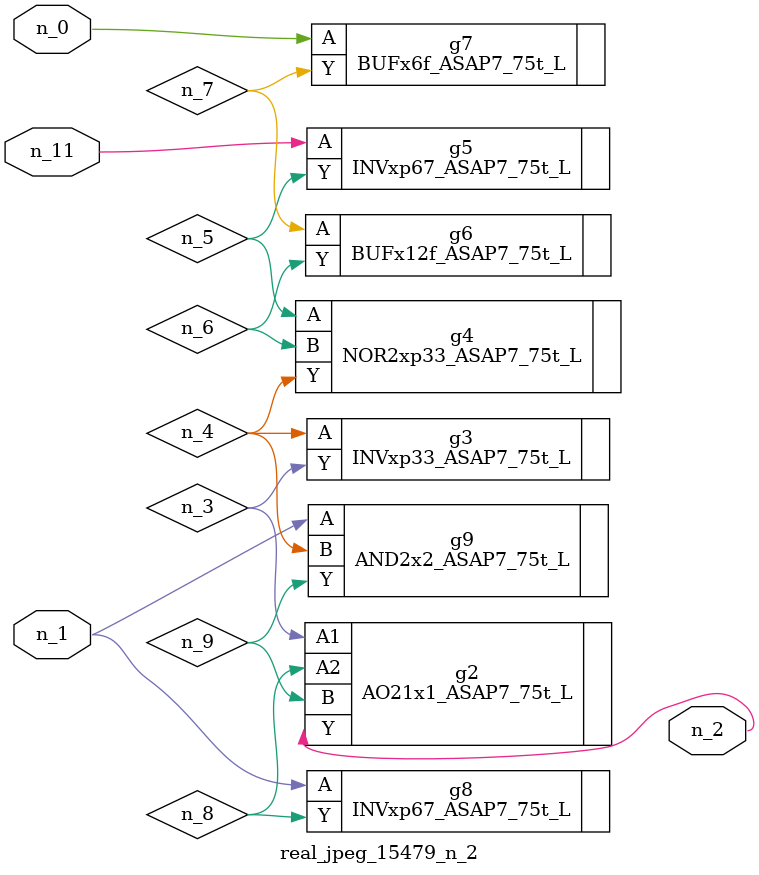
<source format=v>
module real_jpeg_15479_n_2 (n_1, n_11, n_0, n_2);

input n_1;
input n_11;
input n_0;

output n_2;

wire n_5;
wire n_8;
wire n_4;
wire n_6;
wire n_7;
wire n_3;
wire n_9;

BUFx6f_ASAP7_75t_L g7 ( 
.A(n_0),
.Y(n_7)
);

INVxp67_ASAP7_75t_L g8 ( 
.A(n_1),
.Y(n_8)
);

AND2x2_ASAP7_75t_L g9 ( 
.A(n_1),
.B(n_4),
.Y(n_9)
);

AO21x1_ASAP7_75t_L g2 ( 
.A1(n_3),
.A2(n_8),
.B(n_9),
.Y(n_2)
);

INVxp33_ASAP7_75t_L g3 ( 
.A(n_4),
.Y(n_3)
);

NOR2xp33_ASAP7_75t_L g4 ( 
.A(n_5),
.B(n_6),
.Y(n_4)
);

BUFx12f_ASAP7_75t_L g6 ( 
.A(n_7),
.Y(n_6)
);

INVxp67_ASAP7_75t_L g5 ( 
.A(n_11),
.Y(n_5)
);


endmodule
</source>
